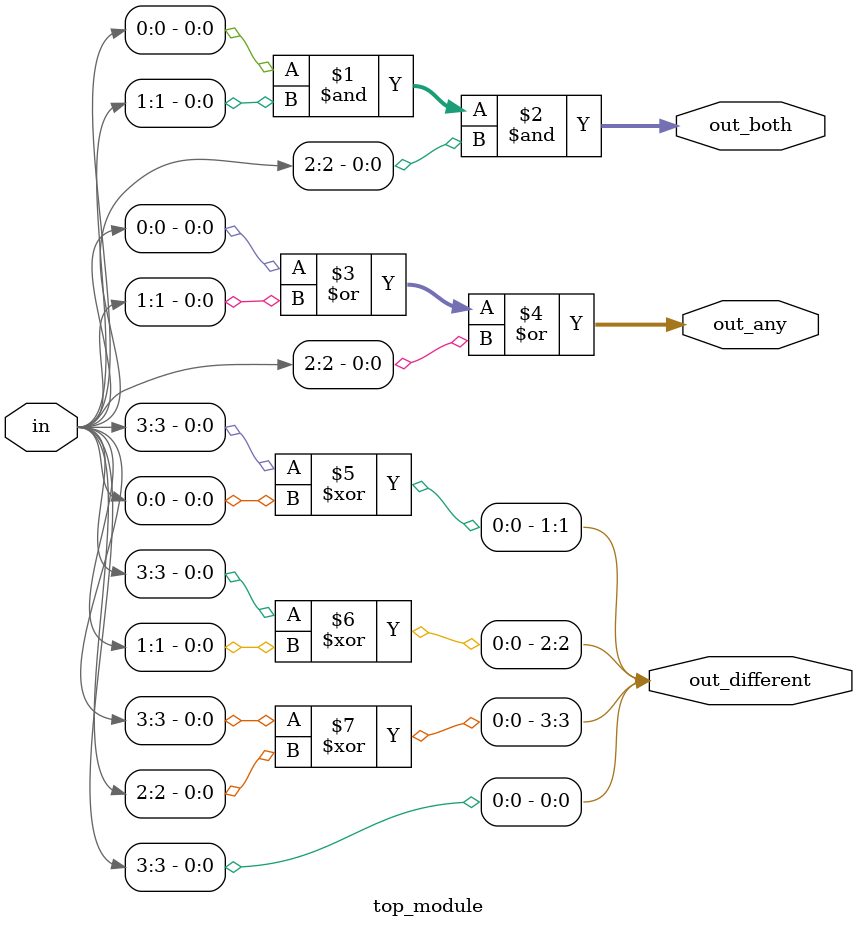
<source format=sv>
module top_module (
	input [3:0] in,
	output [2:0] out_both,
	output [3:1] out_any,
	output [3:0] out_different
);

	assign out_both = in[0] & in[1] & in[2];
	assign out_any = in[0] | in[1] | in[2];
	assign out_different = {in[3] ^ in[2], in[3] ^ in[1], in[3] ^ in[0], in[3]};

endmodule

</source>
